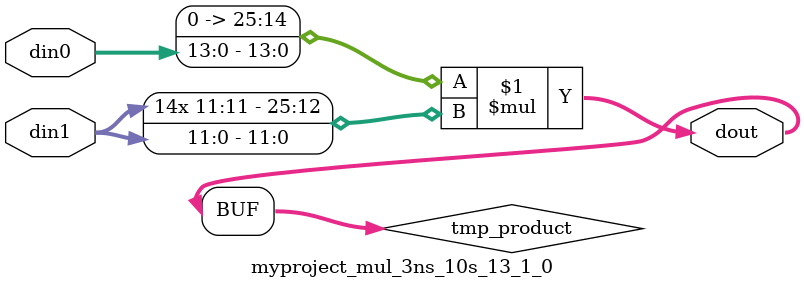
<source format=v>

`timescale 1 ns / 1 ps

  module myproject_mul_3ns_10s_13_1_0(din0, din1, dout);
parameter ID = 1;
parameter NUM_STAGE = 0;
parameter din0_WIDTH = 14;
parameter din1_WIDTH = 12;
parameter dout_WIDTH = 26;

input [din0_WIDTH - 1 : 0] din0; 
input [din1_WIDTH - 1 : 0] din1; 
output [dout_WIDTH - 1 : 0] dout;

wire signed [dout_WIDTH - 1 : 0] tmp_product;











assign tmp_product = $signed({1'b0, din0}) * $signed(din1);










assign dout = tmp_product;







endmodule

</source>
